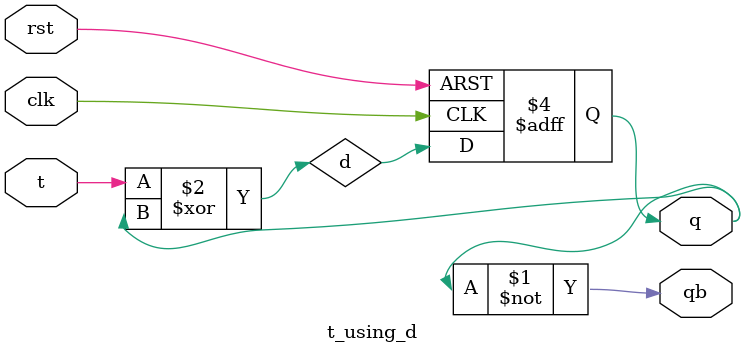
<source format=v>
`timescale 1ns / 1ps

// T Flip-Flop using D Flip-Flop logic
module t_using_d (
    input t,
    input clk,
    input rst,
    output reg q,
    output qb
);

assign qb = ~q;
wire d;
assign d = t ^ q; 

always @(posedge clk or posedge rst) begin
    if(rst)
        q <= 1'b0;
    else
        q <= d;
end

endmodule
</source>
